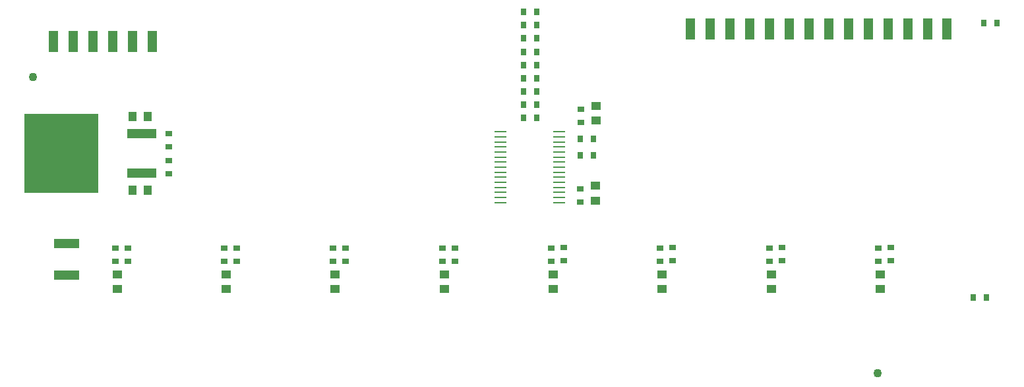
<source format=gbr>
G04 DipTrace 2.4.0.2*
%IN1_Layer_Top_PMask.gbr*%
%MOIN*%
%ADD47R,0.063X0.0079*%
%ADD49R,0.374X0.4016*%
%ADD51R,0.1476X0.0512*%
%ADD53C,0.0433*%
%ADD55R,0.0512X0.1063*%
%ADD57R,0.126X0.0472*%
%ADD59R,0.0271X0.0321*%
%ADD61R,0.0433X0.0512*%
%ADD63R,0.0321X0.0271*%
%ADD65R,0.0512X0.0433*%
%FSLAX44Y44*%
G04*
G70*
G90*
G75*
G01*
%LNTopPaste*%
%LPD*%
D65*
X34449Y18760D3*
Y18012D3*
D63*
X33681Y18583D3*
Y17913D3*
D61*
X11024Y18209D3*
X11772D3*
D63*
X12835Y17362D3*
Y16693D3*
D59*
X34331Y17087D3*
X33661D3*
X34331Y16260D3*
X33661D3*
D63*
X12835Y15984D3*
Y15315D3*
D65*
X34429Y14705D3*
Y13957D3*
D61*
X11024Y14469D3*
X11772D3*
D63*
X33642Y14547D3*
Y13878D3*
X10787Y11555D3*
Y10886D3*
X16280Y11555D3*
Y10886D3*
X21772Y11555D3*
Y10886D3*
X27303Y11555D3*
Y10886D3*
X32185Y11555D3*
Y10886D3*
X37697Y11555D3*
Y10886D3*
X43209Y11555D3*
Y10886D3*
X48720Y11555D3*
Y10886D3*
D65*
X10236Y9469D3*
Y10217D3*
X15748Y9469D3*
Y10217D3*
X21260Y9469D3*
Y10217D3*
X26772Y9469D3*
Y10217D3*
X32283Y9469D3*
Y10217D3*
X37795Y9469D3*
Y10217D3*
X43307Y9469D3*
Y10217D3*
X48819Y9469D3*
Y10217D3*
D59*
X53504Y9035D3*
X54173D3*
D57*
X7677Y11791D3*
Y10177D3*
D55*
X39205Y22638D3*
X40205D3*
X41205D3*
X42205D3*
X43205D3*
X44205D3*
X45205D3*
X46205D3*
X47205D3*
X48205D3*
X49205D3*
X50205D3*
X51205D3*
X52197D3*
X7016Y22008D3*
X8016D3*
X9016D3*
X10016D3*
X11016D3*
X12016D3*
D53*
X5969Y20197D3*
X48701Y5197D3*
D59*
X30772Y23504D3*
X31441D3*
X54724Y22933D3*
X54055D3*
X30772Y22835D3*
X31441D3*
X30772Y22165D3*
X31441D3*
X30772Y21496D3*
X31441D3*
X30772Y20827D3*
X31441D3*
X30772Y20157D3*
X31441D3*
X30772Y19488D3*
X31441D3*
X30772Y18819D3*
X31441D3*
X30772Y18150D3*
X31441D3*
D63*
X32815Y10906D3*
Y11575D3*
X38327Y10906D3*
Y11575D3*
X43839Y10906D3*
Y11575D3*
X49350Y10906D3*
Y11575D3*
X10157Y10886D3*
Y11555D3*
X15650Y10886D3*
Y11555D3*
X21142Y10886D3*
Y11555D3*
X26673Y10886D3*
Y11555D3*
D51*
X11476Y15339D3*
X11477Y17339D3*
D49*
X7421Y16339D3*
D47*
X29630Y17441D3*
Y17185D3*
Y16929D3*
Y16673D3*
Y16417D3*
Y16161D3*
Y15906D3*
Y15650D3*
Y15394D3*
Y15138D3*
Y14882D3*
Y14626D3*
Y14370D3*
Y14114D3*
Y13858D3*
X32583D3*
Y14114D3*
Y14370D3*
Y14626D3*
Y14882D3*
Y15138D3*
Y15394D3*
Y15650D3*
Y15906D3*
Y16161D3*
Y16417D3*
Y16673D3*
Y16929D3*
Y17185D3*
Y17441D3*
M02*

</source>
